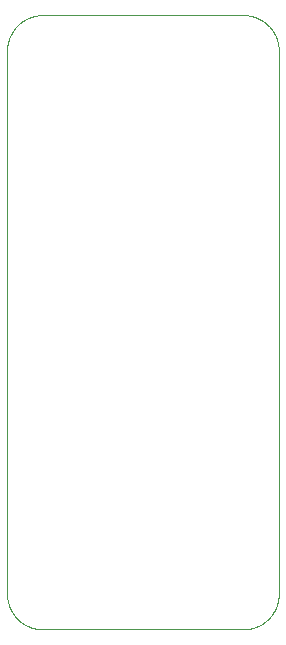
<source format=gbr>
%TF.GenerationSoftware,Flux,Pcbnew,9.0.1-9.0.1-0~ubuntu22.04.1*%
%TF.CreationDate,2025-07-26T15:57:35+00:00*%
%TF.ProjectId,input,696e7075-742e-46b6-9963-61645f706362,rev?*%
%TF.SameCoordinates,Original*%
%TF.FileFunction,Profile,NP*%
%FSLAX46Y46*%
G04 Gerber Fmt 4.6, Leading zero omitted, Abs format (unit mm)*
G04 Filename: myoesp32*
G04 Build it with Flux! Visit our site at: https://www.flux.ai (PCBNEW 9.0.1-9.0.1-0~ubuntu22.04.1) date 2025-07-26 15:57:35*
%MOMM*%
%LPD*%
G01*
G04 APERTURE LIST*
%TA.AperFunction,Profile*%
%ADD10C,0.050000*%
%TD*%
G04 APERTURE END LIST*
D10*
X11500084Y-22999958D02*
X11499859Y-23036772D01*
X11499859Y-23036772D02*
X11499181Y-23073581D01*
X11499181Y-23073581D02*
X11498052Y-23110379D01*
X11498052Y-23110379D02*
X11496471Y-23147161D01*
X11496471Y-23147161D02*
X11494439Y-23183920D01*
X11494439Y-23183920D02*
X11491957Y-23220651D01*
X11491957Y-23220651D02*
X11489023Y-23257350D01*
X11489023Y-23257350D02*
X11485640Y-23294009D01*
X11485640Y-23294009D02*
X11481807Y-23330624D01*
X11481807Y-23330624D02*
X11477524Y-23367190D01*
X11477524Y-23367190D02*
X11472794Y-23403700D01*
X11472794Y-23403700D02*
X11467616Y-23440149D01*
X11467616Y-23440149D02*
X11461990Y-23476532D01*
X11461990Y-23476532D02*
X11455919Y-23512844D01*
X11455919Y-23512844D02*
X11449403Y-23549078D01*
X11449403Y-23549078D02*
X11442442Y-23585229D01*
X11442442Y-23585229D02*
X11435039Y-23621292D01*
X11435039Y-23621292D02*
X11427193Y-23657262D01*
X11427193Y-23657262D02*
X11418907Y-23693132D01*
X11418907Y-23693132D02*
X11410181Y-23728899D01*
X11410181Y-23728899D02*
X11401017Y-23764555D01*
X11401017Y-23764555D02*
X11391416Y-23800096D01*
X11391416Y-23800096D02*
X11381379Y-23835517D01*
X11381379Y-23835517D02*
X11370909Y-23870812D01*
X11370909Y-23870812D02*
X11360006Y-23905976D01*
X11360006Y-23905976D02*
X11348672Y-23941004D01*
X11348672Y-23941004D02*
X11336910Y-23975889D01*
X11336910Y-23975889D02*
X11324720Y-24010628D01*
X11324720Y-24010628D02*
X11312105Y-24045214D01*
X11312105Y-24045214D02*
X11299067Y-24079644D01*
X11299067Y-24079644D02*
X11285607Y-24113910D01*
X11285607Y-24113910D02*
X11271727Y-24148009D01*
X11271727Y-24148009D02*
X11257430Y-24181935D01*
X11257430Y-24181935D02*
X11242718Y-24215683D01*
X11242718Y-24215683D02*
X11227593Y-24249247D01*
X11227593Y-24249247D02*
X11212057Y-24282624D01*
X11212057Y-24282624D02*
X11196113Y-24315808D01*
X11196113Y-24315808D02*
X11179762Y-24348793D01*
X11179762Y-24348793D02*
X11163008Y-24381575D01*
X11163008Y-24381575D02*
X11145853Y-24414149D01*
X11145853Y-24414149D02*
X11128300Y-24446510D01*
X11128300Y-24446510D02*
X11110351Y-24478654D01*
X11110351Y-24478654D02*
X11092009Y-24510574D01*
X11092009Y-24510574D02*
X11073276Y-24542268D01*
X11073276Y-24542268D02*
X11054156Y-24573728D01*
X11054156Y-24573728D02*
X11034651Y-24604952D01*
X11034651Y-24604952D02*
X11014765Y-24635935D01*
X11014765Y-24635935D02*
X10994499Y-24666670D01*
X10994499Y-24666670D02*
X10973859Y-24697155D01*
X10973859Y-24697155D02*
X10952845Y-24727384D01*
X10952845Y-24727384D02*
X10931463Y-24757353D01*
X10931463Y-24757353D02*
X10909714Y-24787058D01*
X10909714Y-24787058D02*
X10887602Y-24816493D01*
X10887602Y-24816493D02*
X10865131Y-24845655D01*
X10865131Y-24845655D02*
X10842303Y-24874539D01*
X10842303Y-24874539D02*
X10819123Y-24903140D01*
X10819123Y-24903140D02*
X10795593Y-24931455D01*
X10795593Y-24931455D02*
X10771718Y-24959479D01*
X10771718Y-24959479D02*
X10747501Y-24987208D01*
X10747501Y-24987208D02*
X10722945Y-25014637D01*
X10722945Y-25014637D02*
X10698055Y-25041764D01*
X10698055Y-25041764D02*
X10672833Y-25068582D01*
X10672833Y-25068582D02*
X10647285Y-25095090D01*
X10647285Y-25095090D02*
X10621413Y-25121281D01*
X10621413Y-25121281D02*
X10595221Y-25147154D01*
X10595221Y-25147154D02*
X10568714Y-25172702D01*
X10568714Y-25172702D02*
X10541896Y-25197924D01*
X10541896Y-25197924D02*
X10514770Y-25222815D01*
X10514770Y-25222815D02*
X10487340Y-25247371D01*
X10487340Y-25247371D02*
X10459611Y-25271588D01*
X10459611Y-25271588D02*
X10431588Y-25295463D01*
X10431588Y-25295463D02*
X10403273Y-25318993D01*
X10403273Y-25318993D02*
X10374672Y-25342174D01*
X10374672Y-25342174D02*
X10345788Y-25365001D01*
X10345788Y-25365001D02*
X10316626Y-25387473D01*
X10316626Y-25387473D02*
X10287191Y-25409585D01*
X10287191Y-25409585D02*
X10257487Y-25431334D01*
X10257487Y-25431334D02*
X10227518Y-25452717D01*
X10227518Y-25452717D02*
X10197289Y-25473730D01*
X10197289Y-25473730D02*
X10166804Y-25494371D01*
X10166804Y-25494371D02*
X10136069Y-25514637D01*
X10136069Y-25514637D02*
X10105087Y-25534524D01*
X10105087Y-25534524D02*
X10073863Y-25554029D01*
X10073863Y-25554029D02*
X10042402Y-25573149D01*
X10042402Y-25573149D02*
X10010709Y-25591882D01*
X10010709Y-25591882D02*
X9978789Y-25610224D01*
X9978789Y-25610224D02*
X9946645Y-25628174D01*
X9946645Y-25628174D02*
X9914284Y-25645727D01*
X9914284Y-25645727D02*
X9881710Y-25662883D01*
X9881710Y-25662883D02*
X9848928Y-25679637D01*
X9848928Y-25679637D02*
X9815943Y-25695987D01*
X9815943Y-25695987D02*
X9782760Y-25711932D01*
X9782760Y-25711932D02*
X9749383Y-25727468D01*
X9749383Y-25727468D02*
X9715818Y-25742594D01*
X9715818Y-25742594D02*
X9682071Y-25757306D01*
X9682071Y-25757306D02*
X9648145Y-25771603D01*
X9648145Y-25771603D02*
X9614046Y-25785483D01*
X9614046Y-25785483D02*
X9579780Y-25798943D01*
X9579780Y-25798943D02*
X9545351Y-25811982D01*
X9545351Y-25811982D02*
X9510764Y-25824597D01*
X9510764Y-25824597D02*
X9476026Y-25836787D01*
X9476026Y-25836787D02*
X9441140Y-25848550D01*
X9441140Y-25848550D02*
X9406113Y-25859884D01*
X9406113Y-25859884D02*
X9370949Y-25870787D01*
X9370949Y-25870787D02*
X9335654Y-25881257D01*
X9335654Y-25881257D02*
X9300233Y-25891294D01*
X9300233Y-25891294D02*
X9264692Y-25900895D01*
X9264692Y-25900895D02*
X9229036Y-25910060D01*
X9229036Y-25910060D02*
X9193270Y-25918786D01*
X9193270Y-25918786D02*
X9157399Y-25927073D01*
X9157399Y-25927073D02*
X9121429Y-25934919D01*
X9121429Y-25934919D02*
X9085366Y-25942322D01*
X9085366Y-25942322D02*
X9049215Y-25949283D01*
X9049215Y-25949283D02*
X9012981Y-25955800D01*
X9012981Y-25955800D02*
X8976670Y-25961871D01*
X8976670Y-25961871D02*
X8940287Y-25967497D01*
X8940287Y-25967497D02*
X8903838Y-25972675D01*
X8903838Y-25972675D02*
X8867327Y-25977406D01*
X8867327Y-25977406D02*
X8830762Y-25981688D01*
X8830762Y-25981688D02*
X8794147Y-25985522D01*
X8794147Y-25985522D02*
X8757487Y-25988906D01*
X8757487Y-25988906D02*
X8720789Y-25991839D01*
X8720789Y-25991839D02*
X8684058Y-25994322D01*
X8684058Y-25994322D02*
X8647299Y-25996355D01*
X8647299Y-25996355D02*
X8610517Y-25997936D01*
X8610517Y-25997936D02*
X8573719Y-25999065D01*
X8573719Y-25999065D02*
X8536910Y-25999743D01*
X8536910Y-25999743D02*
X8500096Y-25999969D01*
X8500096Y-25999969D02*
X-8499904Y-26000031D01*
X-8499904Y-26000031D02*
X-8536719Y-25999805D01*
X-8536719Y-25999805D02*
X-8573528Y-25999128D01*
X-8573528Y-25999128D02*
X-8610326Y-25997999D01*
X-8610326Y-25997999D02*
X-8647108Y-25996418D01*
X-8647108Y-25996418D02*
X-8683867Y-25994386D01*
X-8683867Y-25994386D02*
X-8720598Y-25991903D01*
X-8720598Y-25991903D02*
X-8757296Y-25988970D01*
X-8757296Y-25988970D02*
X-8793956Y-25985586D01*
X-8793956Y-25985586D02*
X-8830571Y-25981753D01*
X-8830571Y-25981753D02*
X-8867137Y-25977471D01*
X-8867137Y-25977471D02*
X-8903647Y-25972741D01*
X-8903647Y-25972741D02*
X-8940096Y-25967562D01*
X-8940096Y-25967562D02*
X-8976479Y-25961937D01*
X-8976479Y-25961937D02*
X-9012790Y-25955866D01*
X-9012790Y-25955866D02*
X-9049024Y-25949350D01*
X-9049024Y-25949350D02*
X-9085176Y-25942389D01*
X-9085176Y-25942389D02*
X-9121239Y-25934986D01*
X-9121239Y-25934986D02*
X-9157208Y-25927140D01*
X-9157208Y-25927140D02*
X-9193079Y-25918854D01*
X-9193079Y-25918854D02*
X-9228845Y-25910128D01*
X-9228845Y-25910128D02*
X-9264502Y-25900963D01*
X-9264502Y-25900963D02*
X-9300043Y-25891362D01*
X-9300043Y-25891362D02*
X-9335464Y-25881326D01*
X-9335464Y-25881326D02*
X-9370759Y-25870855D01*
X-9370759Y-25870855D02*
X-9405923Y-25859953D01*
X-9405923Y-25859953D02*
X-9440950Y-25848619D01*
X-9440950Y-25848619D02*
X-9475836Y-25836857D01*
X-9475836Y-25836857D02*
X-9510575Y-25824667D01*
X-9510575Y-25824667D02*
X-9545161Y-25812052D01*
X-9545161Y-25812052D02*
X-9579590Y-25799014D01*
X-9579590Y-25799014D02*
X-9613857Y-25785554D01*
X-9613857Y-25785554D02*
X-9647956Y-25771674D01*
X-9647956Y-25771674D02*
X-9681882Y-25757377D01*
X-9681882Y-25757377D02*
X-9715629Y-25742665D01*
X-9715629Y-25742665D02*
X-9749194Y-25727540D01*
X-9749194Y-25727540D02*
X-9782571Y-25712004D01*
X-9782571Y-25712004D02*
X-9815754Y-25696059D01*
X-9815754Y-25696059D02*
X-9848740Y-25679709D01*
X-9848740Y-25679709D02*
X-9881522Y-25662955D01*
X-9881522Y-25662955D02*
X-9914096Y-25645800D01*
X-9914096Y-25645800D02*
X-9946457Y-25628247D01*
X-9946457Y-25628247D02*
X-9978601Y-25610298D01*
X-9978601Y-25610298D02*
X-10010521Y-25591955D01*
X-10010521Y-25591955D02*
X-10042214Y-25573223D01*
X-10042214Y-25573223D02*
X-10073675Y-25554103D01*
X-10073675Y-25554103D02*
X-10104899Y-25534598D01*
X-10104899Y-25534598D02*
X-10135881Y-25514711D01*
X-10135881Y-25514711D02*
X-10166617Y-25494446D01*
X-10166617Y-25494446D02*
X-10197102Y-25473805D01*
X-10197102Y-25473805D02*
X-10227331Y-25452792D01*
X-10227331Y-25452792D02*
X-10257300Y-25431409D01*
X-10257300Y-25431409D02*
X-10287005Y-25409660D01*
X-10287005Y-25409660D02*
X-10316440Y-25387549D01*
X-10316440Y-25387549D02*
X-10345602Y-25365077D01*
X-10345602Y-25365077D02*
X-10374485Y-25342250D01*
X-10374485Y-25342250D02*
X-10403087Y-25319070D01*
X-10403087Y-25319070D02*
X-10431402Y-25295540D01*
X-10431402Y-25295540D02*
X-10459426Y-25271665D01*
X-10459426Y-25271665D02*
X-10487155Y-25247448D01*
X-10487155Y-25247448D02*
X-10514584Y-25222892D01*
X-10514584Y-25222892D02*
X-10541710Y-25198002D01*
X-10541710Y-25198002D02*
X-10568529Y-25172780D01*
X-10568529Y-25172780D02*
X-10595036Y-25147231D01*
X-10595036Y-25147231D02*
X-10621228Y-25121359D01*
X-10621228Y-25121359D02*
X-10647100Y-25095168D01*
X-10647100Y-25095168D02*
X-10672649Y-25068661D01*
X-10672649Y-25068661D02*
X-10697871Y-25041842D01*
X-10697871Y-25041842D02*
X-10722761Y-25014716D01*
X-10722761Y-25014716D02*
X-10747317Y-24987287D01*
X-10747317Y-24987287D02*
X-10771535Y-24959558D01*
X-10771535Y-24959558D02*
X-10795410Y-24931534D01*
X-10795410Y-24931534D02*
X-10818940Y-24903220D01*
X-10818940Y-24903220D02*
X-10842120Y-24874618D01*
X-10842120Y-24874618D02*
X-10864948Y-24845735D01*
X-10864948Y-24845735D02*
X-10887420Y-24816573D01*
X-10887420Y-24816573D02*
X-10909532Y-24787138D01*
X-10909532Y-24787138D02*
X-10931281Y-24757434D01*
X-10931281Y-24757434D02*
X-10952664Y-24727465D01*
X-10952664Y-24727465D02*
X-10973677Y-24697236D01*
X-10973677Y-24697236D02*
X-10994318Y-24666751D01*
X-10994318Y-24666751D02*
X-11014584Y-24636015D01*
X-11014584Y-24636015D02*
X-11034470Y-24605033D01*
X-11034470Y-24605033D02*
X-11053975Y-24573810D01*
X-11053975Y-24573810D02*
X-11073096Y-24542349D01*
X-11073096Y-24542349D02*
X-11091829Y-24510656D01*
X-11091829Y-24510656D02*
X-11110171Y-24478735D01*
X-11110171Y-24478735D02*
X-11128120Y-24446592D01*
X-11128120Y-24446592D02*
X-11145674Y-24414231D01*
X-11145674Y-24414231D02*
X-11162829Y-24381657D01*
X-11162829Y-24381657D02*
X-11179583Y-24348875D01*
X-11179583Y-24348875D02*
X-11195934Y-24315890D01*
X-11195934Y-24315890D02*
X-11211879Y-24282706D01*
X-11211879Y-24282706D02*
X-11227415Y-24249330D01*
X-11227415Y-24249330D02*
X-11242540Y-24215765D01*
X-11242540Y-24215765D02*
X-11257253Y-24182017D01*
X-11257253Y-24182017D02*
X-11271550Y-24148092D01*
X-11271550Y-24148092D02*
X-11285430Y-24113993D01*
X-11285430Y-24113993D02*
X-11298890Y-24079727D01*
X-11298890Y-24079727D02*
X-11311929Y-24045298D01*
X-11311929Y-24045298D02*
X-11324544Y-24010711D01*
X-11324544Y-24010711D02*
X-11336734Y-23975973D01*
X-11336734Y-23975973D02*
X-11348497Y-23941087D01*
X-11348497Y-23941087D02*
X-11359830Y-23906060D01*
X-11359830Y-23906060D02*
X-11370733Y-23870896D01*
X-11370733Y-23870896D02*
X-11381204Y-23835601D01*
X-11381204Y-23835601D02*
X-11391241Y-23800180D01*
X-11391241Y-23800180D02*
X-11400842Y-23764639D01*
X-11400842Y-23764639D02*
X-11410007Y-23728982D01*
X-11410007Y-23728982D02*
X-11418733Y-23693216D01*
X-11418733Y-23693216D02*
X-11427019Y-23657346D01*
X-11427019Y-23657346D02*
X-11434865Y-23621376D01*
X-11434865Y-23621376D02*
X-11442269Y-23585313D01*
X-11442269Y-23585313D02*
X-11449230Y-23549162D01*
X-11449230Y-23549162D02*
X-11455747Y-23512928D01*
X-11455747Y-23512928D02*
X-11461818Y-23476617D01*
X-11461818Y-23476617D02*
X-11467443Y-23440234D01*
X-11467443Y-23440234D02*
X-11472622Y-23403784D01*
X-11472622Y-23403784D02*
X-11477353Y-23367274D01*
X-11477353Y-23367274D02*
X-11481635Y-23330709D01*
X-11481635Y-23330709D02*
X-11485469Y-23294094D01*
X-11485469Y-23294094D02*
X-11488852Y-23257434D01*
X-11488852Y-23257434D02*
X-11491786Y-23220736D01*
X-11491786Y-23220736D02*
X-11494269Y-23184004D01*
X-11494269Y-23184004D02*
X-11496301Y-23147245D01*
X-11496301Y-23147245D02*
X-11497882Y-23110464D01*
X-11497882Y-23110464D02*
X-11499012Y-23073666D01*
X-11499012Y-23073666D02*
X-11499689Y-23036857D01*
X-11499689Y-23036857D02*
X-11499916Y-23000042D01*
X-11499916Y-23000042D02*
X-11500084Y22999958D01*
X-11500084Y22999958D02*
X-11499859Y23036772D01*
X-11499859Y23036772D02*
X-11499181Y23073581D01*
X-11499181Y23073581D02*
X-11498052Y23110379D01*
X-11498052Y23110379D02*
X-11496471Y23147161D01*
X-11496471Y23147161D02*
X-11494439Y23183920D01*
X-11494439Y23183920D02*
X-11491957Y23220651D01*
X-11491957Y23220651D02*
X-11489023Y23257350D01*
X-11489023Y23257350D02*
X-11485640Y23294009D01*
X-11485640Y23294009D02*
X-11481807Y23330624D01*
X-11481807Y23330624D02*
X-11477524Y23367190D01*
X-11477524Y23367190D02*
X-11472794Y23403700D01*
X-11472794Y23403700D02*
X-11467616Y23440149D01*
X-11467616Y23440149D02*
X-11461990Y23476532D01*
X-11461990Y23476532D02*
X-11455919Y23512844D01*
X-11455919Y23512844D02*
X-11449403Y23549078D01*
X-11449403Y23549078D02*
X-11442442Y23585229D01*
X-11442442Y23585229D02*
X-11435039Y23621292D01*
X-11435039Y23621292D02*
X-11427193Y23657262D01*
X-11427193Y23657262D02*
X-11418907Y23693132D01*
X-11418907Y23693132D02*
X-11410181Y23728899D01*
X-11410181Y23728899D02*
X-11401017Y23764555D01*
X-11401017Y23764555D02*
X-11391416Y23800096D01*
X-11391416Y23800096D02*
X-11381379Y23835517D01*
X-11381379Y23835517D02*
X-11370909Y23870812D01*
X-11370909Y23870812D02*
X-11360006Y23905976D01*
X-11360006Y23905976D02*
X-11348672Y23941004D01*
X-11348672Y23941004D02*
X-11336910Y23975889D01*
X-11336910Y23975889D02*
X-11324720Y24010628D01*
X-11324720Y24010628D02*
X-11312105Y24045214D01*
X-11312105Y24045214D02*
X-11299067Y24079644D01*
X-11299067Y24079644D02*
X-11285607Y24113910D01*
X-11285607Y24113910D02*
X-11271727Y24148009D01*
X-11271727Y24148009D02*
X-11257430Y24181935D01*
X-11257430Y24181935D02*
X-11242718Y24215683D01*
X-11242718Y24215683D02*
X-11227593Y24249247D01*
X-11227593Y24249247D02*
X-11212057Y24282624D01*
X-11212057Y24282624D02*
X-11196113Y24315808D01*
X-11196113Y24315808D02*
X-11179762Y24348793D01*
X-11179762Y24348793D02*
X-11163008Y24381575D01*
X-11163008Y24381575D02*
X-11145853Y24414149D01*
X-11145853Y24414149D02*
X-11128300Y24446510D01*
X-11128300Y24446510D02*
X-11110351Y24478654D01*
X-11110351Y24478654D02*
X-11092009Y24510574D01*
X-11092009Y24510574D02*
X-11073276Y24542268D01*
X-11073276Y24542268D02*
X-11054156Y24573728D01*
X-11054156Y24573728D02*
X-11034651Y24604952D01*
X-11034651Y24604952D02*
X-11014765Y24635935D01*
X-11014765Y24635935D02*
X-10994499Y24666670D01*
X-10994499Y24666670D02*
X-10973859Y24697155D01*
X-10973859Y24697155D02*
X-10952845Y24727384D01*
X-10952845Y24727384D02*
X-10931463Y24757353D01*
X-10931463Y24757353D02*
X-10909714Y24787058D01*
X-10909714Y24787058D02*
X-10887602Y24816493D01*
X-10887602Y24816493D02*
X-10865131Y24845655D01*
X-10865131Y24845655D02*
X-10842303Y24874539D01*
X-10842303Y24874539D02*
X-10819123Y24903140D01*
X-10819123Y24903140D02*
X-10795593Y24931455D01*
X-10795593Y24931455D02*
X-10771718Y24959479D01*
X-10771718Y24959479D02*
X-10747501Y24987208D01*
X-10747501Y24987208D02*
X-10722945Y25014637D01*
X-10722945Y25014637D02*
X-10698055Y25041764D01*
X-10698055Y25041764D02*
X-10672833Y25068582D01*
X-10672833Y25068582D02*
X-10647285Y25095090D01*
X-10647285Y25095090D02*
X-10621413Y25121281D01*
X-10621413Y25121281D02*
X-10595221Y25147154D01*
X-10595221Y25147154D02*
X-10568714Y25172702D01*
X-10568714Y25172702D02*
X-10541896Y25197924D01*
X-10541896Y25197924D02*
X-10514770Y25222815D01*
X-10514770Y25222815D02*
X-10487340Y25247371D01*
X-10487340Y25247371D02*
X-10459611Y25271588D01*
X-10459611Y25271588D02*
X-10431588Y25295463D01*
X-10431588Y25295463D02*
X-10403273Y25318993D01*
X-10403273Y25318993D02*
X-10374672Y25342174D01*
X-10374672Y25342174D02*
X-10345788Y25365001D01*
X-10345788Y25365001D02*
X-10316626Y25387473D01*
X-10316626Y25387473D02*
X-10287191Y25409585D01*
X-10287191Y25409585D02*
X-10257487Y25431334D01*
X-10257487Y25431334D02*
X-10227518Y25452717D01*
X-10227518Y25452717D02*
X-10197289Y25473730D01*
X-10197289Y25473730D02*
X-10166804Y25494371D01*
X-10166804Y25494371D02*
X-10136069Y25514637D01*
X-10136069Y25514637D02*
X-10105087Y25534524D01*
X-10105087Y25534524D02*
X-10073863Y25554029D01*
X-10073863Y25554029D02*
X-10042402Y25573149D01*
X-10042402Y25573149D02*
X-10010709Y25591882D01*
X-10010709Y25591882D02*
X-9978789Y25610224D01*
X-9978789Y25610224D02*
X-9946645Y25628174D01*
X-9946645Y25628174D02*
X-9914284Y25645727D01*
X-9914284Y25645727D02*
X-9881710Y25662883D01*
X-9881710Y25662883D02*
X-9848928Y25679637D01*
X-9848928Y25679637D02*
X-9815943Y25695987D01*
X-9815943Y25695987D02*
X-9782760Y25711932D01*
X-9782760Y25711932D02*
X-9749383Y25727468D01*
X-9749383Y25727468D02*
X-9715818Y25742594D01*
X-9715818Y25742594D02*
X-9682071Y25757306D01*
X-9682071Y25757306D02*
X-9648145Y25771603D01*
X-9648145Y25771603D02*
X-9614046Y25785483D01*
X-9614046Y25785483D02*
X-9579780Y25798943D01*
X-9579780Y25798943D02*
X-9545351Y25811982D01*
X-9545351Y25811982D02*
X-9510764Y25824597D01*
X-9510764Y25824597D02*
X-9476026Y25836787D01*
X-9476026Y25836787D02*
X-9441140Y25848550D01*
X-9441140Y25848550D02*
X-9406113Y25859884D01*
X-9406113Y25859884D02*
X-9370949Y25870787D01*
X-9370949Y25870787D02*
X-9335654Y25881257D01*
X-9335654Y25881257D02*
X-9300233Y25891294D01*
X-9300233Y25891294D02*
X-9264692Y25900895D01*
X-9264692Y25900895D02*
X-9229036Y25910060D01*
X-9229036Y25910060D02*
X-9193270Y25918786D01*
X-9193270Y25918786D02*
X-9157399Y25927073D01*
X-9157399Y25927073D02*
X-9121429Y25934919D01*
X-9121429Y25934919D02*
X-9085366Y25942322D01*
X-9085366Y25942322D02*
X-9049215Y25949283D01*
X-9049215Y25949283D02*
X-9012981Y25955800D01*
X-9012981Y25955800D02*
X-8976670Y25961871D01*
X-8976670Y25961871D02*
X-8940287Y25967497D01*
X-8940287Y25967497D02*
X-8903838Y25972675D01*
X-8903838Y25972675D02*
X-8867327Y25977406D01*
X-8867327Y25977406D02*
X-8830762Y25981688D01*
X-8830762Y25981688D02*
X-8794147Y25985522D01*
X-8794147Y25985522D02*
X-8757487Y25988906D01*
X-8757487Y25988906D02*
X-8720789Y25991839D01*
X-8720789Y25991839D02*
X-8684058Y25994322D01*
X-8684058Y25994322D02*
X-8647299Y25996355D01*
X-8647299Y25996355D02*
X-8610517Y25997936D01*
X-8610517Y25997936D02*
X-8573719Y25999065D01*
X-8573719Y25999065D02*
X-8536910Y25999743D01*
X-8536910Y25999743D02*
X-8500096Y25999969D01*
X-8500096Y25999969D02*
X8499904Y26000031D01*
X8499904Y26000031D02*
X8536719Y25999805D01*
X8536719Y25999805D02*
X8573528Y25999128D01*
X8573528Y25999128D02*
X8610326Y25997999D01*
X8610326Y25997999D02*
X8647108Y25996418D01*
X8647108Y25996418D02*
X8683867Y25994386D01*
X8683867Y25994386D02*
X8720598Y25991903D01*
X8720598Y25991903D02*
X8757296Y25988970D01*
X8757296Y25988970D02*
X8793956Y25985586D01*
X8793956Y25985586D02*
X8830571Y25981753D01*
X8830571Y25981753D02*
X8867137Y25977471D01*
X8867137Y25977471D02*
X8903647Y25972741D01*
X8903647Y25972741D02*
X8940096Y25967562D01*
X8940096Y25967562D02*
X8976479Y25961937D01*
X8976479Y25961937D02*
X9012790Y25955866D01*
X9012790Y25955866D02*
X9049024Y25949350D01*
X9049024Y25949350D02*
X9085176Y25942389D01*
X9085176Y25942389D02*
X9121239Y25934986D01*
X9121239Y25934986D02*
X9157208Y25927140D01*
X9157208Y25927140D02*
X9193079Y25918854D01*
X9193079Y25918854D02*
X9228845Y25910128D01*
X9228845Y25910128D02*
X9264502Y25900963D01*
X9264502Y25900963D02*
X9300043Y25891362D01*
X9300043Y25891362D02*
X9335464Y25881326D01*
X9335464Y25881326D02*
X9370759Y25870855D01*
X9370759Y25870855D02*
X9405923Y25859953D01*
X9405923Y25859953D02*
X9440950Y25848619D01*
X9440950Y25848619D02*
X9475836Y25836857D01*
X9475836Y25836857D02*
X9510575Y25824667D01*
X9510575Y25824667D02*
X9545161Y25812052D01*
X9545161Y25812052D02*
X9579590Y25799014D01*
X9579590Y25799014D02*
X9613857Y25785554D01*
X9613857Y25785554D02*
X9647956Y25771674D01*
X9647956Y25771674D02*
X9681882Y25757377D01*
X9681882Y25757377D02*
X9715629Y25742665D01*
X9715629Y25742665D02*
X9749194Y25727540D01*
X9749194Y25727540D02*
X9782571Y25712004D01*
X9782571Y25712004D02*
X9815754Y25696059D01*
X9815754Y25696059D02*
X9848740Y25679709D01*
X9848740Y25679709D02*
X9881522Y25662955D01*
X9881522Y25662955D02*
X9914096Y25645800D01*
X9914096Y25645800D02*
X9946457Y25628247D01*
X9946457Y25628247D02*
X9978601Y25610298D01*
X9978601Y25610298D02*
X10010521Y25591955D01*
X10010521Y25591955D02*
X10042214Y25573223D01*
X10042214Y25573223D02*
X10073675Y25554103D01*
X10073675Y25554103D02*
X10104899Y25534598D01*
X10104899Y25534598D02*
X10135881Y25514711D01*
X10135881Y25514711D02*
X10166617Y25494446D01*
X10166617Y25494446D02*
X10197102Y25473805D01*
X10197102Y25473805D02*
X10227331Y25452792D01*
X10227331Y25452792D02*
X10257300Y25431409D01*
X10257300Y25431409D02*
X10287005Y25409660D01*
X10287005Y25409660D02*
X10316440Y25387549D01*
X10316440Y25387549D02*
X10345602Y25365077D01*
X10345602Y25365077D02*
X10374485Y25342250D01*
X10374485Y25342250D02*
X10403087Y25319070D01*
X10403087Y25319070D02*
X10431402Y25295540D01*
X10431402Y25295540D02*
X10459426Y25271665D01*
X10459426Y25271665D02*
X10487155Y25247448D01*
X10487155Y25247448D02*
X10514584Y25222892D01*
X10514584Y25222892D02*
X10541710Y25198002D01*
X10541710Y25198002D02*
X10568529Y25172780D01*
X10568529Y25172780D02*
X10595036Y25147231D01*
X10595036Y25147231D02*
X10621228Y25121359D01*
X10621228Y25121359D02*
X10647100Y25095168D01*
X10647100Y25095168D02*
X10672649Y25068661D01*
X10672649Y25068661D02*
X10697871Y25041842D01*
X10697871Y25041842D02*
X10722761Y25014716D01*
X10722761Y25014716D02*
X10747317Y24987287D01*
X10747317Y24987287D02*
X10771535Y24959558D01*
X10771535Y24959558D02*
X10795410Y24931534D01*
X10795410Y24931534D02*
X10818940Y24903220D01*
X10818940Y24903220D02*
X10842120Y24874618D01*
X10842120Y24874618D02*
X10864948Y24845735D01*
X10864948Y24845735D02*
X10887420Y24816573D01*
X10887420Y24816573D02*
X10909532Y24787138D01*
X10909532Y24787138D02*
X10931281Y24757434D01*
X10931281Y24757434D02*
X10952664Y24727465D01*
X10952664Y24727465D02*
X10973677Y24697236D01*
X10973677Y24697236D02*
X10994318Y24666751D01*
X10994318Y24666751D02*
X11014584Y24636015D01*
X11014584Y24636015D02*
X11034470Y24605033D01*
X11034470Y24605033D02*
X11053975Y24573810D01*
X11053975Y24573810D02*
X11073096Y24542349D01*
X11073096Y24542349D02*
X11091829Y24510656D01*
X11091829Y24510656D02*
X11110171Y24478735D01*
X11110171Y24478735D02*
X11128120Y24446592D01*
X11128120Y24446592D02*
X11145674Y24414231D01*
X11145674Y24414231D02*
X11162829Y24381657D01*
X11162829Y24381657D02*
X11179583Y24348875D01*
X11179583Y24348875D02*
X11195934Y24315890D01*
X11195934Y24315890D02*
X11211879Y24282706D01*
X11211879Y24282706D02*
X11227415Y24249330D01*
X11227415Y24249330D02*
X11242540Y24215765D01*
X11242540Y24215765D02*
X11257253Y24182017D01*
X11257253Y24182017D02*
X11271550Y24148092D01*
X11271550Y24148092D02*
X11285430Y24113993D01*
X11285430Y24113993D02*
X11298890Y24079727D01*
X11298890Y24079727D02*
X11311929Y24045298D01*
X11311929Y24045298D02*
X11324544Y24010711D01*
X11324544Y24010711D02*
X11336734Y23975973D01*
X11336734Y23975973D02*
X11348497Y23941087D01*
X11348497Y23941087D02*
X11359830Y23906060D01*
X11359830Y23906060D02*
X11370733Y23870896D01*
X11370733Y23870896D02*
X11381204Y23835601D01*
X11381204Y23835601D02*
X11391241Y23800180D01*
X11391241Y23800180D02*
X11400842Y23764639D01*
X11400842Y23764639D02*
X11410007Y23728982D01*
X11410007Y23728982D02*
X11418733Y23693216D01*
X11418733Y23693216D02*
X11427019Y23657346D01*
X11427019Y23657346D02*
X11434865Y23621376D01*
X11434865Y23621376D02*
X11442269Y23585313D01*
X11442269Y23585313D02*
X11449230Y23549162D01*
X11449230Y23549162D02*
X11455747Y23512928D01*
X11455747Y23512928D02*
X11461818Y23476617D01*
X11461818Y23476617D02*
X11467443Y23440234D01*
X11467443Y23440234D02*
X11472622Y23403784D01*
X11472622Y23403784D02*
X11477353Y23367274D01*
X11477353Y23367274D02*
X11481635Y23330709D01*
X11481635Y23330709D02*
X11485469Y23294094D01*
X11485469Y23294094D02*
X11488852Y23257434D01*
X11488852Y23257434D02*
X11491786Y23220736D01*
X11491786Y23220736D02*
X11494269Y23184004D01*
X11494269Y23184004D02*
X11496301Y23147245D01*
X11496301Y23147245D02*
X11497882Y23110464D01*
X11497882Y23110464D02*
X11499012Y23073666D01*
X11499012Y23073666D02*
X11499689Y23036857D01*
X11499689Y23036857D02*
X11499916Y23000042D01*
X11499916Y23000042D02*
X11500084Y-22999958D01*
M02*

</source>
